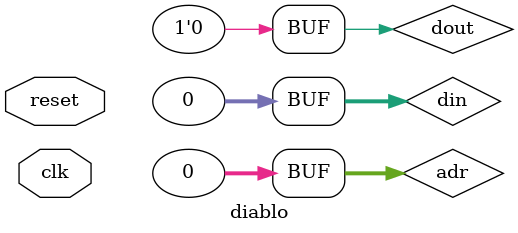
<source format=sv>
module diablo(
input logic clk,
input logic reset
);

logic we;
logic [31:0]adr,din,instruction;
logic rd,i_type_imm,s_type_imm,b_type_imm,u_type_imm,j_type_imm; 
logic waddr_in, wdata_in;
logic alusrc;
logic [63:0]imm, rdata_out1, rdata_out2, alu_output, aluin2;
logic [4:0]rs1,rs2;
logic [1:0]aluop;
logic [2:0]funct3;
logic [6:0]funct7,opcode;
logic [3:0]aluoperation;
logic MemtoReg,RegtoMem, RegWrite, MemRead,MemWrite,branch ;
logic Con_Jalr,Con_Jal,Mem,OpI,Con_AUIPC,Con_LUI;
logic MemAddr, MemData, MemDataOut;
assign adr = 0;
assign din  = 0;
assign dout = 0;

instruction_memory      inst(clk, we, adr, din, instruction);
decode                  decoder(instruction, rs1, rs2, rd, opcode, funct3, funct7, i_type_imm, s_type_imm, b_type_imm, u_type_imm, j_type_imm);
int_regfile             regfile(clk, reset,rs1,rs2,waddr_in, wdata_in, RegWrite, rdata_out1, rdata_out2);
alu_mux                 alumux(rdata_out2, imm, alusrc, aluin2);
immediate_generator     immgen(instruction,imm);
alu                     ALU(rdata_out1, aluin2, aluop, alu_output);
alu_control             aluctr(aluop, funct7, funct3, aluoperation);
controller              control_unit(opcode, alusrc, MemtoReg,RegtoMem ,RegWrite, MemRead, MemWrite, Branch, aluop, Con_Jalr,
                                     Con_Jal, Mem, OpI, Con_AUIPC, Con_LUI);
data_memory             Data_mem(clk, MemWrite, MemAddr, MemData, MemDataOut);
endmodule

</source>
